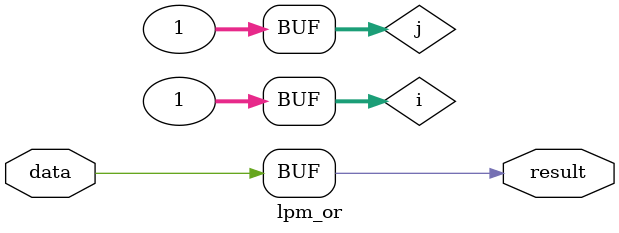
<source format=v>

module lpm_or( 
   result, 
   data
);

// synopsys template
// synopsys template
// synopsys template
// synopsys template
parameter lpm_type  = "lpm_or",
          lpm_width = 1,
          lpm_size  = 1,
          lpm_hint  = "UNUSED";

// Internal Declarations

output [lpm_width-1:0]              result;
input  [(lpm_size * lpm_width)-1:0] data;


reg [lpm_width-1:0] result;
wire [(lpm_size * lpm_width)-1:0] data;

	integer i, j, k;

	always @(data)
	begin
		for (i=0; i<lpm_width; i=i+1)
		begin
			result[i] = data[i];
			for (j=1; j<lpm_size; j=j+1)
			begin
				k = j * lpm_width + i;
				result[i] = result[i] | data[k];
			end
		end
	end

endmodule
// lpm_or



</source>
